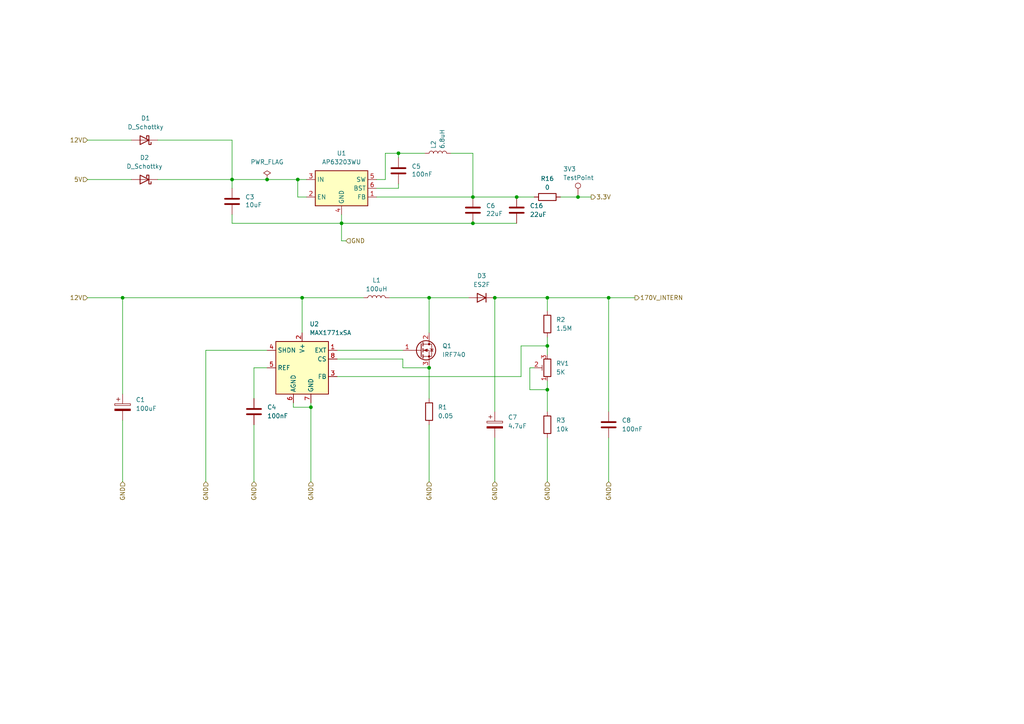
<source format=kicad_sch>
(kicad_sch (version 20250114) (generator "eeschema") (generator_version "9.0")
  (paper "A4")
  (title_block (title "Power supply"))
  (lib_symbols
    (symbol "Connector:TestPoint" (pin_numbers (hide yes)) (pin_names (offset 0.762) (hide yes))
      (property "Reference" "TP" (at 0 6.858 0))
      (property "Value" "TestPoint" (at 0 5.08 0))
      (symbol "TestPoint_0_1"
        (circle (center 0 3.302) (radius 0.762))
      )
      (symbol "TestPoint_1_1"
        (pin passive line (at 0 0 90) (length 2.54) (name "1") (number "1"))
      )
    )
    (symbol "Device:C" (pin_numbers (hide yes)) (pin_names (offset 0.254))
      (property "Reference" "C" (at 0.635 2.54 0))
      (property "Value" "C" (at 0.635 -2.54 0))
      (symbol "C_0_1"
        (polyline (pts (xy -2.032 0.762) (xy 2.032 0.762)) (stroke (width 0.508)))
        (polyline (pts (xy -2.032 -0.762) (xy 2.032 -0.762)) (stroke (width 0.508)))
      )
      (symbol "C_1_1"
        (pin passive line (at 0 3.81 270) (length 2.794) (name "~") (number "1"))
        (pin passive line (at 0 -3.81 90) (length 2.794) (name "~") (number "2"))
      )
    )
    (symbol "Device:C_Polarized" (pin_numbers (hide yes)) (pin_names (offset 0.254))
      (property "Reference" "C" (at 0.635 2.54 0))
      (property "Value" "C_Polarized" (at 0.635 -2.54 0))
      (symbol "C_Polarized_0_1"
        (rectangle (start -2.286 0.508) (end 2.286 1.016))
        (polyline (pts (xy -1.778 2.286) (xy -0.762 2.286)))
        (polyline (pts (xy -1.27 2.794) (xy -1.27 1.778)))
        (rectangle (start 2.286 -0.508) (end -2.286 -1.016) (fill (type outline)))
      )
      (symbol "C_Polarized_1_1"
        (pin passive line (at 0 3.81 270) (length 2.794) (name "~") (number "1"))
        (pin passive line (at 0 -3.81 90) (length 2.794) (name "~") (number "2"))
      )
    )
    (symbol "Device:D" (pin_numbers (hide yes)) (pin_names (offset 1.016) (hide yes))
      (property "Reference" "D" (at 0 2.54 0))
      (property "Value" "D" (at 0 -2.54 0))
      (symbol "D_0_1"
        (polyline (pts (xy -1.27 1.27) (xy -1.27 -1.27)) (stroke (width 0.254)))
        (polyline (pts (xy 1.27 1.27) (xy 1.27 -1.27) (xy -1.27 0) (xy 1.27 1.27)) (stroke (width 0.254)))
        (polyline (pts (xy 1.27 0) (xy -1.27 0)))
      )
      (symbol "D_1_1"
        (pin passive line (at -3.81 0 0) (length 2.54) (name "K") (number "1"))
        (pin passive line (at 3.81 0 180) (length 2.54) (name "A") (number "2"))
      )
    )
    (symbol "Device:D_Schottky" (pin_numbers (hide yes)) (pin_names (offset 1.016) (hide yes))
      (property "Reference" "D" (at 0 2.54 0))
      (property "Value" "D_Schottky" (at 0 -2.54 0))
      (symbol "D_Schottky_0_1"
        (polyline (pts (xy -1.905 0.635) (xy -1.905 1.27) (xy -1.27 1.27) (xy -1.27 -1.27) (xy -0.635 -1.27) (xy -0.635 -0.635)) (stroke (width 0.254)))
        (polyline (pts (xy 1.27 1.27) (xy 1.27 -1.27) (xy -1.27 0) (xy 1.27 1.27)) (stroke (width 0.254)))
        (polyline (pts (xy 1.27 0) (xy -1.27 0)))
      )
      (symbol "D_Schottky_1_1"
        (pin passive line (at -3.81 0 0) (length 2.54) (name "K") (number "1"))
        (pin passive line (at 3.81 0 180) (length 2.54) (name "A") (number "2"))
      )
    )
    (symbol "Device:L" (pin_numbers (hide yes)) (pin_names (offset 1.016) (hide yes))
      (property "Reference" "L" (at -1.27 0 90))
      (property "Value" "L" (at 1.905 0 90))
      (symbol "L_0_1"
        (arc (start 0 2.54) (mid 0.6323 1.905) (end 0 1.27))
        (arc (start 0 1.27) (mid 0.6323 0.635) (end 0 0))
        (arc (start 0 0) (mid 0.6323 -0.635) (end 0 -1.27))
        (arc (start 0 -1.27) (mid 0.6323 -1.905) (end 0 -2.54))
      )
      (symbol "L_1_1"
        (pin passive line (at 0 3.81 270) (length 1.27) (name "1") (number "1"))
        (pin passive line (at 0 -3.81 90) (length 1.27) (name "2") (number "2"))
      )
    )
    (symbol "Device:R" (pin_numbers (hide yes)) (pin_names (offset 0))
      (property "Reference" "R" (at 2.032 0 90))
      (property "Value" "R" (at 0 0 90))
      (symbol "R_0_1"
        (rectangle (start -1.016 -2.54) (end 1.016 2.54) (stroke (width 0.254)))
      )
      (symbol "R_1_1"
        (pin passive line (at 0 3.81 270) (length 1.27) (name "~") (number "1"))
        (pin passive line (at 0 -3.81 90) (length 1.27) (name "~") (number "2"))
      )
    )
    (symbol "Device:R_Potentiometer_Trim" (pin_names (offset 1.016) (hide yes))
      (property "Reference" "RV" (at -4.445 0 90))
      (property "Value" "R_Potentiometer_Trim" (at -2.54 0 90))
      (symbol "R_Potentiometer_Trim_0_1"
        (rectangle (start 1.016 2.54) (end -1.016 -2.54) (stroke (width 0.254)))
        (polyline (pts (xy 1.524 0.762) (xy 1.524 -0.762)))
        (polyline (pts (xy 2.54 0) (xy 1.524 0)))
      )
      (symbol "R_Potentiometer_Trim_1_1"
        (pin passive line (at 0 3.81 270) (length 1.27) (name "1") (number "1"))
        (pin passive line (at 0 -3.81 90) (length 1.27) (name "3") (number "3"))
        (pin passive line (at 3.81 0 180) (length 1.27) (name "2") (number "2"))
      )
    )
    (symbol "Regulator_Switching:AP63203WU"
      (property "Reference" "U" (at -7.62 6.35 0))
      (property "Value" "AP63203WU" (at 2.54 6.35 0))
      (symbol "AP63203WU_0_1"
        (rectangle (start -7.62 5.08) (end 7.62 -5.08) (stroke (width 0.254)) (fill (type background)))
      )
      (symbol "AP63203WU_1_1"
        (pin power_in line (at -10.16 2.54 0) (length 2.54) (name "IN") (number "3"))
        (pin input line (at -10.16 -2.54 0) (length 2.54) (name "EN") (number "2"))
        (pin power_in line (at 0 -7.62 90) (length 2.54) (name "GND") (number "4"))
        (pin output line (at 10.16 2.54 180) (length 2.54) (name "SW") (number "5"))
        (pin passive line (at 10.16 0 180) (length 2.54) (name "BST") (number "6"))
        (pin input line (at 10.16 -2.54 180) (length 2.54) (name "FB") (number "1"))
      )
    )
    (symbol "Regulator_Switching:MAX1771xSA"
      (property "Reference" "U" (at -3.81 10.16 0))
      (property "Value" "MAX1771xSA" (at 6.35 10.16 0))
      (symbol "MAX1771xSA_0_1"
        (rectangle (start -7.62 7.62) (end 7.62 -7.62) (stroke (width 0.254)) (fill (type background)))
      )
      (symbol "MAX1771xSA_1_1"
        (pin input line (at -10.16 5.08 0) (length 2.54) (name "SHDN") (number "4"))
        (pin passive line (at -10.16 0 0) (length 2.54) (name "REF") (number "5"))
        (pin power_in line (at -2.54 -10.16 90) (length 2.54) (name "AGND") (number "6"))
        (pin power_in line (at 0 10.16 270) (length 2.54) (name "V+") (number "2"))
        (pin power_in line (at 2.54 -10.16 90) (length 2.54) (name "GND") (number "7"))
        (pin output line (at 10.16 5.08 180) (length 2.54) (name "EXT") (number "1"))
        (pin input line (at 10.16 2.54 180) (length 2.54) (name "CS") (number "8"))
        (pin input line (at 10.16 -2.54 180) (length 2.54) (name "FB") (number "3"))
      )
    )
    (symbol "Transistor_FET:IRF740" (pin_names (hide yes))
      (property "Reference" "Q" (at 5.08 1.905 0))
      (property "Value" "IRF740" (at 5.08 0 0))
      (symbol "IRF740_0_1"
        (polyline (pts (xy 0.254 1.905) (xy 0.254 -1.905)) (stroke (width 0.254)))
        (polyline (pts (xy 0.254 0) (xy -2.54 0)))
        (polyline (pts (xy 0.762 2.286) (xy 0.762 1.27)) (stroke (width 0.254)))
        (polyline (pts (xy 0.762 0.508) (xy 0.762 -0.508)) (stroke (width 0.254)))
        (polyline (pts (xy 0.762 -1.27) (xy 0.762 -2.286)) (stroke (width 0.254)))
        (polyline (pts (xy 0.762 -1.778) (xy 3.302 -1.778) (xy 3.302 1.778) (xy 0.762 1.778)))
        (polyline (pts (xy 1.016 0) (xy 2.032 0.381) (xy 2.032 -0.381) (xy 1.016 0)) (fill (type outline)))
        (circle (center 1.651 0) (radius 2.794) (stroke (width 0.254)))
        (polyline (pts (xy 2.54 2.54) (xy 2.54 1.778)))
        (circle (center 2.54 1.778) (radius 0.254) (fill (type outline)))
        (circle (center 2.54 -1.778) (radius 0.254) (fill (type outline)))
        (polyline (pts (xy 2.54 -2.54) (xy 2.54 0) (xy 0.762 0)))
        (polyline (pts (xy 2.794 0.508) (xy 2.921 0.381) (xy 3.683 0.381) (xy 3.81 0.254)))
        (polyline (pts (xy 3.302 0.381) (xy 2.921 -0.254) (xy 3.683 -0.254) (xy 3.302 0.381)))
      )
      (symbol "IRF740_1_1"
        (pin input line (at -5.08 0 0) (length 2.54) (name "G") (number "1"))
        (pin passive line (at 2.54 5.08 270) (length 2.54) (name "D") (number "2"))
        (pin passive line (at 2.54 -5.08 90) (length 2.54) (name "S") (number "3"))
      )
    )
    (symbol "power:PWR_FLAG" (power) (pin_numbers (hide yes)) (pin_names (offset 0) (hide yes))
      (property "Value" "PWR_FLAG" (at 0 3.81 0))
      (symbol "PWR_FLAG_0_0"
        (pin power_out line (at 0 0 90) (length 0) (name "~") (number "1"))
      )
      (symbol "PWR_FLAG_0_1"
        (polyline (pts (xy 0 0) (xy 0 1.27) (xy -1.016 1.905) (xy 0 2.54) (xy 1.016 1.905) (xy 0 1.27)))
      )
    )
  )
  (junction (at 115.57 44.45))
  (junction (at 158.75 86.36))
  (junction (at 124.46 86.36))
  (junction (at 99.06 64.77))
  (junction (at 149.86 57.15))
  (junction (at 167.64 57.15))
  (junction (at 90.17 118.11))
  (junction (at 137.16 64.77))
  (junction (at 77.47 52.07))
  (junction (at 137.16 57.15))
  (junction (at 158.75 100.33))
  (junction (at 158.75 113.03))
  (junction (at 67.31 52.07))
  (junction (at 86.36 52.07))
  (junction (at 176.53 86.36))
  (junction (at 87.63 86.36))
  (junction (at 143.51 86.36))
  (junction (at 124.46 106.68))
  (junction (at 35.56 86.36))
  (wire (pts (xy 137.16 44.45) (xy 130.81 44.45)))
  (wire (pts (xy 176.53 86.36) (xy 176.53 119.38)))
  (wire (pts (xy 86.36 57.15) (xy 88.9 57.15)))
  (wire (pts (xy 116.84 106.68) (xy 124.46 106.68)))
  (wire (pts (xy 124.46 86.36) (xy 135.89 86.36)))
  (wire (pts (xy 176.53 127) (xy 176.53 139.7)))
  (wire (pts (xy 97.79 101.6) (xy 116.84 101.6)))
  (wire (pts (xy 143.51 86.36) (xy 143.51 119.38)))
  (wire (pts (xy 158.75 86.36) (xy 158.75 90.17)))
  (wire (pts (xy 99.06 64.77) (xy 137.16 64.77)))
  (wire (pts (xy 111.76 44.45) (xy 115.57 44.45)))
  (wire (pts (xy 25.4 40.64) (xy 38.1 40.64)))
  (wire (pts (xy 87.63 86.36) (xy 87.63 96.52)))
  (wire (pts (xy 158.75 113.03) (xy 153.67 113.03)))
  (wire (pts (xy 158.75 97.79) (xy 158.75 100.33)))
  (wire (pts (xy 109.22 54.61) (xy 115.57 54.61)))
  (wire (pts (xy 59.69 101.6) (xy 77.47 101.6)))
  (wire (pts (xy 73.66 123.19) (xy 73.66 139.7)))
  (wire (pts (xy 137.16 57.15) (xy 137.16 44.45)))
  (wire (pts (xy 90.17 139.7) (xy 90.17 118.11)))
  (wire (pts (xy 87.63 86.36) (xy 105.41 86.36)))
  (wire (pts (xy 67.31 54.61) (xy 67.31 52.07)))
  (wire (pts (xy 111.76 52.07) (xy 111.76 44.45)))
  (wire (pts (xy 97.79 104.14) (xy 116.84 104.14)))
  (wire (pts (xy 158.75 113.03) (xy 158.75 119.38)))
  (wire (pts (xy 99.06 64.77) (xy 99.06 69.85)))
  (wire (pts (xy 143.51 86.36) (xy 158.75 86.36)))
  (wire (pts (xy 137.16 57.15) (xy 149.86 57.15)))
  (wire (pts (xy 167.64 57.15) (xy 171.45 57.15)))
  (wire (pts (xy 97.79 109.22) (xy 151.13 109.22)))
  (wire (pts (xy 124.46 123.19) (xy 124.46 139.7)))
  (wire (pts (xy 151.13 100.33) (xy 158.75 100.33)))
  (wire (pts (xy 176.53 86.36) (xy 184.15 86.36)))
  (wire (pts (xy 59.69 139.7) (xy 59.69 101.6)))
  (wire (pts (xy 25.4 86.36) (xy 35.56 86.36)))
  (wire (pts (xy 90.17 118.11) (xy 90.17 116.84)))
  (wire (pts (xy 151.13 109.22) (xy 151.13 100.33)))
  (wire (pts (xy 109.22 57.15) (xy 137.16 57.15)))
  (wire (pts (xy 85.09 118.11) (xy 90.17 118.11)))
  (wire (pts (xy 77.47 52.07) (xy 86.36 52.07)))
  (wire (pts (xy 67.31 40.64) (xy 67.31 52.07)))
  (wire (pts (xy 99.06 69.85) (xy 100.33 69.85)))
  (wire (pts (xy 45.72 40.64) (xy 67.31 40.64)))
  (wire (pts (xy 67.31 64.77) (xy 99.06 64.77)))
  (wire (pts (xy 113.03 86.36) (xy 124.46 86.36)))
  (wire (pts (xy 115.57 45.72) (xy 115.57 44.45)))
  (wire (pts (xy 86.36 52.07) (xy 86.36 57.15)))
  (wire (pts (xy 77.47 106.68) (xy 73.66 106.68)))
  (wire (pts (xy 153.67 113.03) (xy 153.67 106.68)))
  (wire (pts (xy 149.86 57.15) (xy 154.94 57.15)))
  (wire (pts (xy 85.09 116.84) (xy 85.09 118.11)))
  (wire (pts (xy 158.75 86.36) (xy 176.53 86.36)))
  (wire (pts (xy 35.56 121.92) (xy 35.56 139.7)))
  (wire (pts (xy 158.75 100.33) (xy 158.75 102.87)))
  (wire (pts (xy 115.57 44.45) (xy 123.19 44.45)))
  (wire (pts (xy 158.75 127) (xy 158.75 139.7)))
  (wire (pts (xy 25.4 52.07) (xy 38.1 52.07)))
  (wire (pts (xy 116.84 104.14) (xy 116.84 106.68)))
  (wire (pts (xy 137.16 64.77) (xy 149.86 64.77)))
  (wire (pts (xy 99.06 62.23) (xy 99.06 64.77)))
  (wire (pts (xy 86.36 52.07) (xy 88.9 52.07)))
  (wire (pts (xy 124.46 106.68) (xy 124.46 115.57)))
  (wire (pts (xy 45.72 52.07) (xy 67.31 52.07)))
  (wire (pts (xy 67.31 64.77) (xy 67.31 62.23)))
  (wire (pts (xy 158.75 110.49) (xy 158.75 113.03)))
  (wire (pts (xy 109.22 52.07) (xy 111.76 52.07)))
  (wire (pts (xy 35.56 86.36) (xy 87.63 86.36)))
  (wire (pts (xy 124.46 86.36) (xy 124.46 96.52)))
  (wire (pts (xy 67.31 52.07) (xy 77.47 52.07)))
  (wire (pts (xy 115.57 54.61) (xy 115.57 53.34)))
  (wire (pts (xy 143.51 127) (xy 143.51 139.7)))
  (wire (pts (xy 35.56 114.3) (xy 35.56 86.36)))
  (wire (pts (xy 153.67 106.68) (xy 154.94 106.68)))
  (wire (pts (xy 73.66 106.68) (xy 73.66 115.57)))
  (wire (pts (xy 162.56 57.15) (xy 167.64 57.15)))
  (hierarchical_label "GND" (shape input) (at 90.17 139.7 270))
  (hierarchical_label "GND" (shape input) (at 73.66 139.7 270))
  (hierarchical_label "12V" (shape input) (at 25.4 40.64 180))
  (hierarchical_label "170V_INTERN" (shape output) (at 184.15 86.36 0))
  (hierarchical_label "GND" (shape input) (at 158.75 139.7 270))
  (hierarchical_label "GND" (shape input) (at 143.51 139.7 270))
  (hierarchical_label "GND" (shape input) (at 176.53 139.7 270))
  (hierarchical_label "3.3V" (shape output) (at 171.45 57.15 0))
  (hierarchical_label "GND" (shape input) (at 100.33 69.85 0))
  (hierarchical_label "5V" (shape input) (at 25.4 52.07 180))
  (hierarchical_label "12V" (shape input) (at 25.4 86.36 180))
  (hierarchical_label "GND" (shape input) (at 35.56 139.7 270))
  (hierarchical_label "GND" (shape input) (at 124.46 139.7 270))
  (hierarchical_label "GND" (shape input) (at 59.69 139.7 270))
  (symbol (lib_id "Device:L") (at 109.22 86.36 90) (unit 1)
    (property "Reference" "L1" (at 109.22 81.28 90))
    (property "Value" "100uH" (at 109.22 83.82 90))
    (property "Footprint" "Inductor_SMD:L_APV_APH1050" (effects (hide yes)))
    (property "Description" "Inductor" (effects (hide yes)))
  )
  (symbol (lib_id "Device:R") (at 124.46 119.38 0) (unit 1)
    (property "Reference" "R1" (at 127 118.1099 0) (effects (justify left)))
    (property "Value" "0.05" (at 127 120.6499 0) (effects (justify left)))
    (property "Footprint" "Resistor_SMD:R_0805_2012Metric" (effects (hide yes)))
    (property "Description" "Resistor" (effects (hide yes)))
  )
  (symbol (lib_id "power:PWR_FLAG") (at 77.47 52.07 0) (unit 1)
    (property "Reference" "#FLG04" (effects (hide yes)))
    (property "Value" "PWR_FLAG" (at 77.47 46.99 0))
    (property "Description" "Special symbol for telling ERC where power comes from" (effects (hide yes)))
  )
  (symbol (lib_id "Connector:TestPoint") (at 167.64 57.15 0) (unit 1)
    (property "Reference" "3V3" (at 163.322 49.022 0) (effects (justify left)))
    (property "Value" "TestPoint" (at 163.322 51.562 0) (effects (justify left)))
    (property "Footprint" "TestPoint:TestPoint_Pad_D1.5mm" (effects (hide yes)))
    (property "Description" "test point" (effects (hide yes)))
  )
  (symbol (lib_id "Device:C") (at 67.31 58.42 0) (unit 1)
    (property "Reference" "C3" (at 71.12 57.1499 0) (effects (justify left)))
    (property "Value" "10uF" (at 71.12 59.436 0) (effects (justify left)))
    (property "Footprint" "Capacitor_SMD:C_1206_3216Metric" (effects (hide yes)))
    (property "Description" "Unpolarized capacitor" (effects (hide yes)))
  )
  (symbol (lib_id "Device:C") (at 149.86 60.96 0) (unit 1)
    (property "Reference" "C16" (at 153.67 59.6899 0) (effects (justify left)))
    (property "Value" "22uF" (at 153.67 62.23 0) (effects (justify left)))
    (property "Footprint" "Capacitor_SMD:C_1206_3216Metric" (effects (hide yes)))
    (property "Description" "Unpolarized capacitor" (effects (hide yes)))
  )
  (symbol (lib_id "Regulator_Switching:AP63203WU") (at 99.06 54.61 0) (unit 1)
    (property "Reference" "U1" (at 99.06 44.45 0))
    (property "Value" "AP63203WU" (at 99.06 46.99 0))
    (property "Footprint" "Package_TO_SOT_SMD:TSOT-23-6" (effects (hide yes)))
    (property "Datasheet" "https://www.diodes.com/assets/Datasheets/AP63200-AP63201-AP63203-AP63205.pdf" (effects (hide yes)))
    (property "Description" "2A, 1.1MHz Buck DC/DC Converter, fixed 3.3V output voltage, TSOT-23-6" (effects (hide yes)))
  )
  (symbol (lib_id "Device:L") (at 127 44.45 90) (unit 1)
    (property "Reference" "L2" (at 125.7299 43.18 0) (effects (justify left)))
    (property "Value" "6.8uH" (at 128.2699 43.18 0) (effects (justify left)))
    (property "Footprint" "Inductor_SMD:L_1210_3225Metric" (effects (hide yes)))
    (property "Description" "Inductor" (effects (hide yes)))
  )
  (symbol (lib_id "Device:D_Schottky") (at 41.91 52.07 180) (unit 1)
    (property "Reference" "D2" (at 41.91 45.72 0))
    (property "Value" "D_Schottky" (at 41.91 48.26 0))
    (property "Footprint" "Diode_SMD:D_SMB" (effects (hide yes)))
    (property "Description" "Schottky diode" (effects (hide yes)))
  )
  (symbol (lib_id "Device:C") (at 137.16 60.96 0) (unit 1)
    (property "Reference" "C6" (at 140.97 59.6899 0) (effects (justify left)))
    (property "Value" "22uF" (at 140.97 61.976 0) (effects (justify left)))
    (property "Footprint" "Capacitor_SMD:C_1206_3216Metric" (effects (hide yes)))
    (property "Description" "Unpolarized capacitor" (effects (hide yes)))
  )
  (symbol (lib_id "Device:D_Schottky") (at 41.91 40.64 180) (unit 1)
    (property "Reference" "D1" (at 42.2275 34.29 0))
    (property "Value" "D_Schottky" (at 42.2275 36.83 0))
    (property "Footprint" "Diode_SMD:D_SMB" (effects (hide yes)))
    (property "Description" "Schottky diode" (effects (hide yes)))
  )
  (symbol (lib_id "Regulator_Switching:MAX1771xSA") (at 87.63 106.68 0) (unit 1)
    (property "Reference" "U2" (at 89.7733 93.98 0) (effects (justify left)))
    (property "Value" "MAX1771xSA" (at 89.7733 96.52 0) (effects (justify left)))
    (property "Footprint" "Package_SO:SO-8_3.9x4.9mm_P1.27mm" (effects (hide yes)))
    (property "Datasheet" "https://datasheets.maximintegrated.com/en/ds/MAX1771.pdf" (effects (hide yes)))
    (property "Description" "12V or Adjustable, High-Efficiency, Low IQ, Step-Up DC-DC Controller, SO-8" (effects (hide yes)))
  )
  (symbol (lib_id "Device:R") (at 158.75 57.15 270) (unit 1)
    (property "Reference" "R16" (at 158.75 51.816 90))
    (property "Value" "0" (at 158.75 54.356 90))
    (property "Footprint" "Resistor_SMD:R_1206_3216Metric" (effects (hide yes)))
    (property "Description" "Resistor" (effects (hide yes)))
  )
  (symbol (lib_id "Device:C") (at 115.57 49.53 0) (unit 1)
    (property "Reference" "C5" (at 119.38 48.2599 0) (effects (justify left)))
    (property "Value" "100nF" (at 119.38 50.546 0) (effects (justify left)))
    (property "Footprint" "Capacitor_SMD:C_0805_2012Metric" (effects (hide yes)))
    (property "Description" "Unpolarized capacitor" (effects (hide yes)))
  )
  (symbol (lib_id "Device:C") (at 176.53 123.19 0) (unit 1)
    (property "Reference" "C8" (at 180.34 121.9199 0) (effects (justify left)))
    (property "Value" "100nF" (at 180.34 124.4599 0) (effects (justify left)))
    (property "Footprint" "Capacitor_SMD:C_1210_3225Metric_Pad1.33x2.70mm_HandSolder" (effects (hide yes)))
    (property "Description" "Unpolarized capacitor" (effects (hide yes)))
  )
  (symbol (lib_id "Device:C_Polarized") (at 143.51 123.19 0) (unit 1)
    (property "Reference" "C7" (at 147.32 121.0309 0) (effects (justify left)))
    (property "Value" "4.7uF" (at 147.32 123.5709 0) (effects (justify left)))
    (property "Footprint" "Capacitor_SMD:C_Elec_8x10.2" (effects (hide yes)))
    (property "Description" "Polarized capacitor" (effects (hide yes)))
  )
  (symbol (lib_id "Device:C") (at 73.66 119.38 0) (unit 1)
    (property "Reference" "C4" (at 77.47 118.1099 0) (effects (justify left)))
    (property "Value" "100nF" (at 77.47 120.6499 0) (effects (justify left)))
    (property "Footprint" "Capacitor_SMD:C_0805_2012Metric" (effects (hide yes)))
    (property "Description" "Unpolarized capacitor" (effects (hide yes)))
  )
  (symbol (lib_id "Device:D") (at 139.7 86.36 180) (unit 1)
    (property "Reference" "D3" (at 139.7 80.01 0))
    (property "Value" "ES2F" (at 139.7 82.55 0))
    (property "Footprint" "Diode_SMD:D_SMB" (effects (hide yes)))
    (property "Description" "Diode" (effects (hide yes)))
    (property "Sim.Device" "D" (effects (hide yes)))
    (property "Sim.Pins" "1=K 2=A" (effects (hide yes)))
  )
  (symbol (lib_id "Device:R") (at 158.75 123.19 0) (unit 1)
    (property "Reference" "R3" (at 161.29 121.9199 0) (effects (justify left)))
    (property "Value" "10k" (at 161.29 124.4599 0) (effects (justify left)))
    (property "Footprint" "Resistor_SMD:R_0805_2012Metric" (effects (hide yes)))
    (property "Description" "Resistor" (effects (hide yes)))
  )
  (symbol (lib_id "Device:C_Polarized") (at 35.56 118.11 0) (unit 1)
    (property "Reference" "C1" (at 39.37 115.9509 0) (effects (justify left)))
    (property "Value" "100uF" (at 39.37 118.4909 0) (effects (justify left)))
    (property "Footprint" "Capacitor_Tantalum_SMD:CP_EIA-7343-31_Kemet-D_HandSolder" (effects (hide yes)))
    (property "Description" "Polarized capacitor" (effects (hide yes)))
  )
  (symbol (lib_id "Device:R") (at 158.75 93.98 0) (unit 1)
    (property "Reference" "R2" (at 161.29 92.7099 0) (effects (justify left)))
    (property "Value" "1.5M" (at 161.29 95.2499 0) (effects (justify left)))
    (property "Footprint" "Resistor_SMD:R_0805_2012Metric" (effects (hide yes)))
    (property "Description" "Resistor" (effects (hide yes)))
  )
  (symbol (lib_id "Transistor_FET:IRF740") (at 121.92 101.6 0) (unit 1)
    (property "Reference" "Q1" (at 128.27 100.3299 0) (effects (justify left)))
    (property "Value" "IRF740" (at 128.27 102.8699 0) (effects (justify left)))
    (property "Footprint" "Package_TO_SOT_SMD:TO-263-2" (effects (hide yes)))
    (property "Datasheet" "http://www.vishay.com/docs/91054/91054.pdf" (effects (hide yes)))
    (property "Description" "10A Id, 400V Vds, N-Channel Power MOSFET, 500mOhm Rds, TO-220AB" (effects (hide yes)))
  )
  (symbol (lib_id "Device:R_Potentiometer_Trim") (at 158.75 106.68 180) (unit 1)
    (property "Reference" "RV1" (at 161.29 105.4099 0) (effects (justify right)))
    (property "Value" "5K" (at 161.29 107.9499 0) (effects (justify right)))
    (property "Footprint" "Potentiometer_SMD:Potentiometer_Bourns_3224G_Horizontal" (effects (hide yes)))
    (property "Description" "Trim-potentiometer" (effects (hide yes)))
  )
)
</source>
